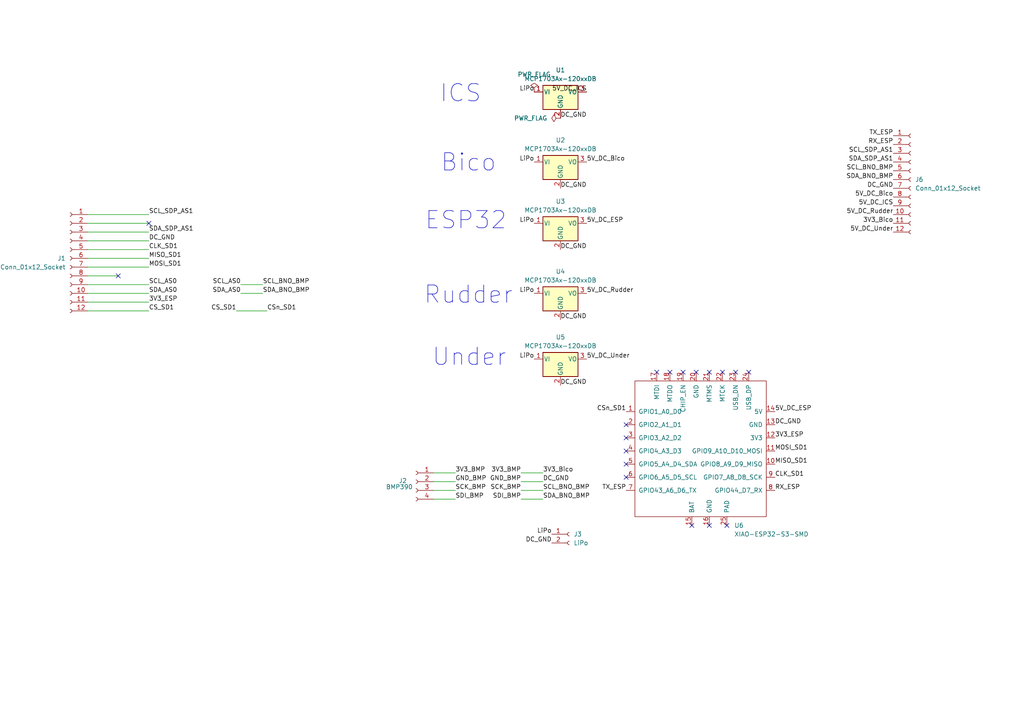
<source format=kicad_sch>
(kicad_sch
	(version 20250114)
	(generator "eeschema")
	(generator_version "9.0")
	(uuid "30880da9-107a-4b6f-8317-0edaad676613")
	(paper "A4")
	(lib_symbols
		(symbol "Connector:Conn_01x02_Socket"
			(pin_names
				(offset 1.016)
				(hide yes)
			)
			(exclude_from_sim no)
			(in_bom yes)
			(on_board yes)
			(property "Reference" "J"
				(at 0 2.54 0)
				(effects
					(font
						(size 1.27 1.27)
					)
				)
			)
			(property "Value" "Conn_01x02_Socket"
				(at 0 -5.08 0)
				(effects
					(font
						(size 1.27 1.27)
					)
				)
			)
			(property "Footprint" ""
				(at 0 0 0)
				(effects
					(font
						(size 1.27 1.27)
					)
					(hide yes)
				)
			)
			(property "Datasheet" "~"
				(at 0 0 0)
				(effects
					(font
						(size 1.27 1.27)
					)
					(hide yes)
				)
			)
			(property "Description" "Generic connector, single row, 01x02, script generated"
				(at 0 0 0)
				(effects
					(font
						(size 1.27 1.27)
					)
					(hide yes)
				)
			)
			(property "ki_locked" ""
				(at 0 0 0)
				(effects
					(font
						(size 1.27 1.27)
					)
				)
			)
			(property "ki_keywords" "connector"
				(at 0 0 0)
				(effects
					(font
						(size 1.27 1.27)
					)
					(hide yes)
				)
			)
			(property "ki_fp_filters" "Connector*:*_1x??_*"
				(at 0 0 0)
				(effects
					(font
						(size 1.27 1.27)
					)
					(hide yes)
				)
			)
			(symbol "Conn_01x02_Socket_1_1"
				(polyline
					(pts
						(xy -1.27 0) (xy -0.508 0)
					)
					(stroke
						(width 0.1524)
						(type default)
					)
					(fill
						(type none)
					)
				)
				(polyline
					(pts
						(xy -1.27 -2.54) (xy -0.508 -2.54)
					)
					(stroke
						(width 0.1524)
						(type default)
					)
					(fill
						(type none)
					)
				)
				(arc
					(start 0 -0.508)
					(mid -0.5058 0)
					(end 0 0.508)
					(stroke
						(width 0.1524)
						(type default)
					)
					(fill
						(type none)
					)
				)
				(arc
					(start 0 -3.048)
					(mid -0.5058 -2.54)
					(end 0 -2.032)
					(stroke
						(width 0.1524)
						(type default)
					)
					(fill
						(type none)
					)
				)
				(pin passive line
					(at -5.08 0 0)
					(length 3.81)
					(name "Pin_1"
						(effects
							(font
								(size 1.27 1.27)
							)
						)
					)
					(number "1"
						(effects
							(font
								(size 1.27 1.27)
							)
						)
					)
				)
				(pin passive line
					(at -5.08 -2.54 0)
					(length 3.81)
					(name "Pin_2"
						(effects
							(font
								(size 1.27 1.27)
							)
						)
					)
					(number "2"
						(effects
							(font
								(size 1.27 1.27)
							)
						)
					)
				)
			)
			(embedded_fonts no)
		)
		(symbol "Connector:Conn_01x04_Socket"
			(pin_names
				(offset 1.016)
				(hide yes)
			)
			(exclude_from_sim no)
			(in_bom yes)
			(on_board yes)
			(property "Reference" "J"
				(at 0 5.08 0)
				(effects
					(font
						(size 1.27 1.27)
					)
				)
			)
			(property "Value" "Conn_01x04_Socket"
				(at 0 -7.62 0)
				(effects
					(font
						(size 1.27 1.27)
					)
				)
			)
			(property "Footprint" ""
				(at 0 0 0)
				(effects
					(font
						(size 1.27 1.27)
					)
					(hide yes)
				)
			)
			(property "Datasheet" "~"
				(at 0 0 0)
				(effects
					(font
						(size 1.27 1.27)
					)
					(hide yes)
				)
			)
			(property "Description" "Generic connector, single row, 01x04, script generated"
				(at 0 0 0)
				(effects
					(font
						(size 1.27 1.27)
					)
					(hide yes)
				)
			)
			(property "ki_locked" ""
				(at 0 0 0)
				(effects
					(font
						(size 1.27 1.27)
					)
				)
			)
			(property "ki_keywords" "connector"
				(at 0 0 0)
				(effects
					(font
						(size 1.27 1.27)
					)
					(hide yes)
				)
			)
			(property "ki_fp_filters" "Connector*:*_1x??_*"
				(at 0 0 0)
				(effects
					(font
						(size 1.27 1.27)
					)
					(hide yes)
				)
			)
			(symbol "Conn_01x04_Socket_1_1"
				(polyline
					(pts
						(xy -1.27 2.54) (xy -0.508 2.54)
					)
					(stroke
						(width 0.1524)
						(type default)
					)
					(fill
						(type none)
					)
				)
				(polyline
					(pts
						(xy -1.27 0) (xy -0.508 0)
					)
					(stroke
						(width 0.1524)
						(type default)
					)
					(fill
						(type none)
					)
				)
				(polyline
					(pts
						(xy -1.27 -2.54) (xy -0.508 -2.54)
					)
					(stroke
						(width 0.1524)
						(type default)
					)
					(fill
						(type none)
					)
				)
				(polyline
					(pts
						(xy -1.27 -5.08) (xy -0.508 -5.08)
					)
					(stroke
						(width 0.1524)
						(type default)
					)
					(fill
						(type none)
					)
				)
				(arc
					(start 0 2.032)
					(mid -0.5058 2.54)
					(end 0 3.048)
					(stroke
						(width 0.1524)
						(type default)
					)
					(fill
						(type none)
					)
				)
				(arc
					(start 0 -0.508)
					(mid -0.5058 0)
					(end 0 0.508)
					(stroke
						(width 0.1524)
						(type default)
					)
					(fill
						(type none)
					)
				)
				(arc
					(start 0 -3.048)
					(mid -0.5058 -2.54)
					(end 0 -2.032)
					(stroke
						(width 0.1524)
						(type default)
					)
					(fill
						(type none)
					)
				)
				(arc
					(start 0 -5.588)
					(mid -0.5058 -5.08)
					(end 0 -4.572)
					(stroke
						(width 0.1524)
						(type default)
					)
					(fill
						(type none)
					)
				)
				(pin passive line
					(at -5.08 2.54 0)
					(length 3.81)
					(name "Pin_1"
						(effects
							(font
								(size 1.27 1.27)
							)
						)
					)
					(number "1"
						(effects
							(font
								(size 1.27 1.27)
							)
						)
					)
				)
				(pin passive line
					(at -5.08 0 0)
					(length 3.81)
					(name "Pin_2"
						(effects
							(font
								(size 1.27 1.27)
							)
						)
					)
					(number "2"
						(effects
							(font
								(size 1.27 1.27)
							)
						)
					)
				)
				(pin passive line
					(at -5.08 -2.54 0)
					(length 3.81)
					(name "Pin_3"
						(effects
							(font
								(size 1.27 1.27)
							)
						)
					)
					(number "3"
						(effects
							(font
								(size 1.27 1.27)
							)
						)
					)
				)
				(pin passive line
					(at -5.08 -5.08 0)
					(length 3.81)
					(name "Pin_4"
						(effects
							(font
								(size 1.27 1.27)
							)
						)
					)
					(number "4"
						(effects
							(font
								(size 1.27 1.27)
							)
						)
					)
				)
			)
			(embedded_fonts no)
		)
		(symbol "Connector:Conn_01x12_Socket"
			(pin_names
				(offset 1.016)
				(hide yes)
			)
			(exclude_from_sim no)
			(in_bom yes)
			(on_board yes)
			(property "Reference" "J"
				(at 0 15.24 0)
				(effects
					(font
						(size 1.27 1.27)
					)
				)
			)
			(property "Value" "Conn_01x12_Socket"
				(at 0 -17.78 0)
				(effects
					(font
						(size 1.27 1.27)
					)
				)
			)
			(property "Footprint" ""
				(at 0 0 0)
				(effects
					(font
						(size 1.27 1.27)
					)
					(hide yes)
				)
			)
			(property "Datasheet" "~"
				(at 0 0 0)
				(effects
					(font
						(size 1.27 1.27)
					)
					(hide yes)
				)
			)
			(property "Description" "Generic connector, single row, 01x12, script generated"
				(at 0 0 0)
				(effects
					(font
						(size 1.27 1.27)
					)
					(hide yes)
				)
			)
			(property "ki_locked" ""
				(at 0 0 0)
				(effects
					(font
						(size 1.27 1.27)
					)
				)
			)
			(property "ki_keywords" "connector"
				(at 0 0 0)
				(effects
					(font
						(size 1.27 1.27)
					)
					(hide yes)
				)
			)
			(property "ki_fp_filters" "Connector*:*_1x??_*"
				(at 0 0 0)
				(effects
					(font
						(size 1.27 1.27)
					)
					(hide yes)
				)
			)
			(symbol "Conn_01x12_Socket_1_1"
				(polyline
					(pts
						(xy -1.27 12.7) (xy -0.508 12.7)
					)
					(stroke
						(width 0.1524)
						(type default)
					)
					(fill
						(type none)
					)
				)
				(polyline
					(pts
						(xy -1.27 10.16) (xy -0.508 10.16)
					)
					(stroke
						(width 0.1524)
						(type default)
					)
					(fill
						(type none)
					)
				)
				(polyline
					(pts
						(xy -1.27 7.62) (xy -0.508 7.62)
					)
					(stroke
						(width 0.1524)
						(type default)
					)
					(fill
						(type none)
					)
				)
				(polyline
					(pts
						(xy -1.27 5.08) (xy -0.508 5.08)
					)
					(stroke
						(width 0.1524)
						(type default)
					)
					(fill
						(type none)
					)
				)
				(polyline
					(pts
						(xy -1.27 2.54) (xy -0.508 2.54)
					)
					(stroke
						(width 0.1524)
						(type default)
					)
					(fill
						(type none)
					)
				)
				(polyline
					(pts
						(xy -1.27 0) (xy -0.508 0)
					)
					(stroke
						(width 0.1524)
						(type default)
					)
					(fill
						(type none)
					)
				)
				(polyline
					(pts
						(xy -1.27 -2.54) (xy -0.508 -2.54)
					)
					(stroke
						(width 0.1524)
						(type default)
					)
					(fill
						(type none)
					)
				)
				(polyline
					(pts
						(xy -1.27 -5.08) (xy -0.508 -5.08)
					)
					(stroke
						(width 0.1524)
						(type default)
					)
					(fill
						(type none)
					)
				)
				(polyline
					(pts
						(xy -1.27 -7.62) (xy -0.508 -7.62)
					)
					(stroke
						(width 0.1524)
						(type default)
					)
					(fill
						(type none)
					)
				)
				(polyline
					(pts
						(xy -1.27 -10.16) (xy -0.508 -10.16)
					)
					(stroke
						(width 0.1524)
						(type default)
					)
					(fill
						(type none)
					)
				)
				(polyline
					(pts
						(xy -1.27 -12.7) (xy -0.508 -12.7)
					)
					(stroke
						(width 0.1524)
						(type default)
					)
					(fill
						(type none)
					)
				)
				(polyline
					(pts
						(xy -1.27 -15.24) (xy -0.508 -15.24)
					)
					(stroke
						(width 0.1524)
						(type default)
					)
					(fill
						(type none)
					)
				)
				(arc
					(start 0 12.192)
					(mid -0.5058 12.7)
					(end 0 13.208)
					(stroke
						(width 0.1524)
						(type default)
					)
					(fill
						(type none)
					)
				)
				(arc
					(start 0 9.652)
					(mid -0.5058 10.16)
					(end 0 10.668)
					(stroke
						(width 0.1524)
						(type default)
					)
					(fill
						(type none)
					)
				)
				(arc
					(start 0 7.112)
					(mid -0.5058 7.62)
					(end 0 8.128)
					(stroke
						(width 0.1524)
						(type default)
					)
					(fill
						(type none)
					)
				)
				(arc
					(start 0 4.572)
					(mid -0.5058 5.08)
					(end 0 5.588)
					(stroke
						(width 0.1524)
						(type default)
					)
					(fill
						(type none)
					)
				)
				(arc
					(start 0 2.032)
					(mid -0.5058 2.54)
					(end 0 3.048)
					(stroke
						(width 0.1524)
						(type default)
					)
					(fill
						(type none)
					)
				)
				(arc
					(start 0 -0.508)
					(mid -0.5058 0)
					(end 0 0.508)
					(stroke
						(width 0.1524)
						(type default)
					)
					(fill
						(type none)
					)
				)
				(arc
					(start 0 -3.048)
					(mid -0.5058 -2.54)
					(end 0 -2.032)
					(stroke
						(width 0.1524)
						(type default)
					)
					(fill
						(type none)
					)
				)
				(arc
					(start 0 -5.588)
					(mid -0.5058 -5.08)
					(end 0 -4.572)
					(stroke
						(width 0.1524)
						(type default)
					)
					(fill
						(type none)
					)
				)
				(arc
					(start 0 -8.128)
					(mid -0.5058 -7.62)
					(end 0 -7.112)
					(stroke
						(width 0.1524)
						(type default)
					)
					(fill
						(type none)
					)
				)
				(arc
					(start 0 -10.668)
					(mid -0.5058 -10.16)
					(end 0 -9.652)
					(stroke
						(width 0.1524)
						(type default)
					)
					(fill
						(type none)
					)
				)
				(arc
					(start 0 -13.208)
					(mid -0.5058 -12.7)
					(end 0 -12.192)
					(stroke
						(width 0.1524)
						(type default)
					)
					(fill
						(type none)
					)
				)
				(arc
					(start 0 -15.748)
					(mid -0.5058 -15.24)
					(end 0 -14.732)
					(stroke
						(width 0.1524)
						(type default)
					)
					(fill
						(type none)
					)
				)
				(pin passive line
					(at -5.08 12.7 0)
					(length 3.81)
					(name "Pin_1"
						(effects
							(font
								(size 1.27 1.27)
							)
						)
					)
					(number "1"
						(effects
							(font
								(size 1.27 1.27)
							)
						)
					)
				)
				(pin passive line
					(at -5.08 10.16 0)
					(length 3.81)
					(name "Pin_2"
						(effects
							(font
								(size 1.27 1.27)
							)
						)
					)
					(number "2"
						(effects
							(font
								(size 1.27 1.27)
							)
						)
					)
				)
				(pin passive line
					(at -5.08 7.62 0)
					(length 3.81)
					(name "Pin_3"
						(effects
							(font
								(size 1.27 1.27)
							)
						)
					)
					(number "3"
						(effects
							(font
								(size 1.27 1.27)
							)
						)
					)
				)
				(pin passive line
					(at -5.08 5.08 0)
					(length 3.81)
					(name "Pin_4"
						(effects
							(font
								(size 1.27 1.27)
							)
						)
					)
					(number "4"
						(effects
							(font
								(size 1.27 1.27)
							)
						)
					)
				)
				(pin passive line
					(at -5.08 2.54 0)
					(length 3.81)
					(name "Pin_5"
						(effects
							(font
								(size 1.27 1.27)
							)
						)
					)
					(number "5"
						(effects
							(font
								(size 1.27 1.27)
							)
						)
					)
				)
				(pin passive line
					(at -5.08 0 0)
					(length 3.81)
					(name "Pin_6"
						(effects
							(font
								(size 1.27 1.27)
							)
						)
					)
					(number "6"
						(effects
							(font
								(size 1.27 1.27)
							)
						)
					)
				)
				(pin passive line
					(at -5.08 -2.54 0)
					(length 3.81)
					(name "Pin_7"
						(effects
							(font
								(size 1.27 1.27)
							)
						)
					)
					(number "7"
						(effects
							(font
								(size 1.27 1.27)
							)
						)
					)
				)
				(pin passive line
					(at -5.08 -5.08 0)
					(length 3.81)
					(name "Pin_8"
						(effects
							(font
								(size 1.27 1.27)
							)
						)
					)
					(number "8"
						(effects
							(font
								(size 1.27 1.27)
							)
						)
					)
				)
				(pin passive line
					(at -5.08 -7.62 0)
					(length 3.81)
					(name "Pin_9"
						(effects
							(font
								(size 1.27 1.27)
							)
						)
					)
					(number "9"
						(effects
							(font
								(size 1.27 1.27)
							)
						)
					)
				)
				(pin passive line
					(at -5.08 -10.16 0)
					(length 3.81)
					(name "Pin_10"
						(effects
							(font
								(size 1.27 1.27)
							)
						)
					)
					(number "10"
						(effects
							(font
								(size 1.27 1.27)
							)
						)
					)
				)
				(pin passive line
					(at -5.08 -12.7 0)
					(length 3.81)
					(name "Pin_11"
						(effects
							(font
								(size 1.27 1.27)
							)
						)
					)
					(number "11"
						(effects
							(font
								(size 1.27 1.27)
							)
						)
					)
				)
				(pin passive line
					(at -5.08 -15.24 0)
					(length 3.81)
					(name "Pin_12"
						(effects
							(font
								(size 1.27 1.27)
							)
						)
					)
					(number "12"
						(effects
							(font
								(size 1.27 1.27)
							)
						)
					)
				)
			)
			(embedded_fonts no)
		)
		(symbol "Regulator_Linear:MCP1703Ax-120xxDB"
			(pin_names
				(offset 0.254)
			)
			(exclude_from_sim no)
			(in_bom yes)
			(on_board yes)
			(property "Reference" "U"
				(at -3.81 3.175 0)
				(effects
					(font
						(size 1.27 1.27)
					)
				)
			)
			(property "Value" "MCP1703Ax-120xxDB"
				(at 0 3.175 0)
				(effects
					(font
						(size 1.27 1.27)
					)
					(justify left)
				)
			)
			(property "Footprint" "Package_TO_SOT_SMD:SOT-223-3_TabPin2"
				(at 0 5.08 0)
				(effects
					(font
						(size 1.27 1.27)
					)
					(hide yes)
				)
			)
			(property "Datasheet" "http://ww1.microchip.com/downloads/en/DeviceDoc/20005122B.pdf"
				(at 0 -1.27 0)
				(effects
					(font
						(size 1.27 1.27)
					)
					(hide yes)
				)
			)
			(property "Description" "Low Quiescent Current LDO Regulator, 1.2V, 250mA, Vin<=16V, SOT-223"
				(at 0 0 0)
				(effects
					(font
						(size 1.27 1.27)
					)
					(hide yes)
				)
			)
			(property "ki_keywords" "REGULATOR LDO"
				(at 0 0 0)
				(effects
					(font
						(size 1.27 1.27)
					)
					(hide yes)
				)
			)
			(property "ki_fp_filters" "SOT?223*TabPin2*"
				(at 0 0 0)
				(effects
					(font
						(size 1.27 1.27)
					)
					(hide yes)
				)
			)
			(symbol "MCP1703Ax-120xxDB_0_1"
				(rectangle
					(start -5.08 -5.08)
					(end 5.08 1.905)
					(stroke
						(width 0.254)
						(type default)
					)
					(fill
						(type background)
					)
				)
			)
			(symbol "MCP1703Ax-120xxDB_1_1"
				(pin power_in line
					(at -7.62 0 0)
					(length 2.54)
					(name "VI"
						(effects
							(font
								(size 1.27 1.27)
							)
						)
					)
					(number "1"
						(effects
							(font
								(size 1.27 1.27)
							)
						)
					)
				)
				(pin power_in line
					(at 0 -7.62 90)
					(length 2.54)
					(name "GND"
						(effects
							(font
								(size 1.27 1.27)
							)
						)
					)
					(number "2"
						(effects
							(font
								(size 1.27 1.27)
							)
						)
					)
				)
				(pin power_out line
					(at 7.62 0 180)
					(length 2.54)
					(name "VO"
						(effects
							(font
								(size 1.27 1.27)
							)
						)
					)
					(number "3"
						(effects
							(font
								(size 1.27 1.27)
							)
						)
					)
				)
			)
			(embedded_fonts no)
		)
		(symbol "Seeed_Studio_XIAO_Series:XIAO-ESP32-S3-SMD"
			(pin_names
				(offset 1.016)
			)
			(exclude_from_sim no)
			(in_bom yes)
			(on_board yes)
			(property "Reference" "U"
				(at -18.542 23.114 0)
				(effects
					(font
						(size 1.27 1.27)
					)
				)
			)
			(property "Value" "XIAO-ESP32-S3-SMD"
				(at -8.382 21.336 0)
				(effects
					(font
						(size 1.27 1.27)
					)
				)
			)
			(property "Footprint" ""
				(at -8.89 5.08 0)
				(effects
					(font
						(size 1.27 1.27)
					)
					(hide yes)
				)
			)
			(property "Datasheet" ""
				(at -8.89 5.08 0)
				(effects
					(font
						(size 1.27 1.27)
					)
					(hide yes)
				)
			)
			(property "Description" ""
				(at 0 0 0)
				(effects
					(font
						(size 1.27 1.27)
					)
					(hide yes)
				)
			)
			(symbol "XIAO-ESP32-S3-SMD_0_1"
				(rectangle
					(start 19.05 -19.05)
					(end -19.05 20.32)
					(stroke
						(width 0)
						(type default)
					)
					(fill
						(type none)
					)
				)
			)
			(symbol "XIAO-ESP32-S3-SMD_1_1"
				(pin passive line
					(at -21.59 11.43 0)
					(length 2.54)
					(name "GPIO1_A0_D0"
						(effects
							(font
								(size 1.27 1.27)
							)
						)
					)
					(number "1"
						(effects
							(font
								(size 1.27 1.27)
							)
						)
					)
				)
				(pin passive line
					(at -21.59 7.62 0)
					(length 2.54)
					(name "GPIO2_A1_D1"
						(effects
							(font
								(size 1.27 1.27)
							)
						)
					)
					(number "2"
						(effects
							(font
								(size 1.27 1.27)
							)
						)
					)
				)
				(pin passive line
					(at -21.59 3.81 0)
					(length 2.54)
					(name "GPIO3_A2_D2"
						(effects
							(font
								(size 1.27 1.27)
							)
						)
					)
					(number "3"
						(effects
							(font
								(size 1.27 1.27)
							)
						)
					)
				)
				(pin passive line
					(at -21.59 0 0)
					(length 2.54)
					(name "GPIO4_A3_D3"
						(effects
							(font
								(size 1.27 1.27)
							)
						)
					)
					(number "4"
						(effects
							(font
								(size 1.27 1.27)
							)
						)
					)
				)
				(pin passive line
					(at -21.59 -3.81 0)
					(length 2.54)
					(name "GPIO5_A4_D4_SDA"
						(effects
							(font
								(size 1.27 1.27)
							)
						)
					)
					(number "5"
						(effects
							(font
								(size 1.27 1.27)
							)
						)
					)
				)
				(pin passive line
					(at -21.59 -7.62 0)
					(length 2.54)
					(name "GPIO6_A5_D5_SCL"
						(effects
							(font
								(size 1.27 1.27)
							)
						)
					)
					(number "6"
						(effects
							(font
								(size 1.27 1.27)
							)
						)
					)
				)
				(pin passive line
					(at -21.59 -11.43 0)
					(length 2.54)
					(name "GPIO43_A6_D6_TX"
						(effects
							(font
								(size 1.27 1.27)
							)
						)
					)
					(number "7"
						(effects
							(font
								(size 1.27 1.27)
							)
						)
					)
				)
				(pin passive line
					(at -12.7 22.86 270)
					(length 2.54)
					(name "MTDI"
						(effects
							(font
								(size 1.27 1.27)
							)
						)
					)
					(number "17"
						(effects
							(font
								(size 1.27 1.27)
							)
						)
					)
				)
				(pin passive line
					(at -8.89 22.86 270)
					(length 2.54)
					(name "MTDO"
						(effects
							(font
								(size 1.27 1.27)
							)
						)
					)
					(number "18"
						(effects
							(font
								(size 1.27 1.27)
							)
						)
					)
				)
				(pin passive line
					(at -5.08 22.86 270)
					(length 2.54)
					(name "CHIP_EN"
						(effects
							(font
								(size 1.27 1.27)
							)
						)
					)
					(number "19"
						(effects
							(font
								(size 1.27 1.27)
							)
						)
					)
				)
				(pin passive line
					(at -2.54 -21.59 90)
					(length 2.54)
					(name "BAT"
						(effects
							(font
								(size 1.27 1.27)
							)
						)
					)
					(number "15"
						(effects
							(font
								(size 1.27 1.27)
							)
						)
					)
				)
				(pin passive line
					(at -1.27 22.86 270)
					(length 2.54)
					(name "GND"
						(effects
							(font
								(size 1.27 1.27)
							)
						)
					)
					(number "20"
						(effects
							(font
								(size 1.27 1.27)
							)
						)
					)
				)
				(pin passive line
					(at 2.54 22.86 270)
					(length 2.54)
					(name "MTMS"
						(effects
							(font
								(size 1.27 1.27)
							)
						)
					)
					(number "21"
						(effects
							(font
								(size 1.27 1.27)
							)
						)
					)
				)
				(pin passive line
					(at 2.54 -21.59 90)
					(length 2.54)
					(name "GND"
						(effects
							(font
								(size 1.27 1.27)
							)
						)
					)
					(number "16"
						(effects
							(font
								(size 1.27 1.27)
							)
						)
					)
				)
				(pin passive line
					(at 6.35 22.86 270)
					(length 2.54)
					(name "MTCK"
						(effects
							(font
								(size 1.27 1.27)
							)
						)
					)
					(number "22"
						(effects
							(font
								(size 1.27 1.27)
							)
						)
					)
				)
				(pin passive line
					(at 7.62 -21.59 90)
					(length 2.54)
					(name "PAD"
						(effects
							(font
								(size 1.27 1.27)
							)
						)
					)
					(number "25"
						(effects
							(font
								(size 1.27 1.27)
							)
						)
					)
				)
				(pin passive line
					(at 10.16 22.86 270)
					(length 2.54)
					(name "USB_DN"
						(effects
							(font
								(size 1.27 1.27)
							)
						)
					)
					(number "23"
						(effects
							(font
								(size 1.27 1.27)
							)
						)
					)
				)
				(pin passive line
					(at 13.97 22.86 270)
					(length 2.54)
					(name "USB_DP"
						(effects
							(font
								(size 1.27 1.27)
							)
						)
					)
					(number "24"
						(effects
							(font
								(size 1.27 1.27)
							)
						)
					)
				)
				(pin passive line
					(at 21.59 11.43 180)
					(length 2.54)
					(name "5V"
						(effects
							(font
								(size 1.27 1.27)
							)
						)
					)
					(number "14"
						(effects
							(font
								(size 1.27 1.27)
							)
						)
					)
				)
				(pin passive line
					(at 21.59 7.62 180)
					(length 2.54)
					(name "GND"
						(effects
							(font
								(size 1.27 1.27)
							)
						)
					)
					(number "13"
						(effects
							(font
								(size 1.27 1.27)
							)
						)
					)
				)
				(pin passive line
					(at 21.59 3.81 180)
					(length 2.54)
					(name "3V3"
						(effects
							(font
								(size 1.27 1.27)
							)
						)
					)
					(number "12"
						(effects
							(font
								(size 1.27 1.27)
							)
						)
					)
				)
				(pin passive line
					(at 21.59 0 180)
					(length 2.54)
					(name "GPIO9_A10_D10_MOSI"
						(effects
							(font
								(size 1.27 1.27)
							)
						)
					)
					(number "11"
						(effects
							(font
								(size 1.27 1.27)
							)
						)
					)
				)
				(pin passive line
					(at 21.59 -3.81 180)
					(length 2.54)
					(name "GPIO8_A9_D9_MISO"
						(effects
							(font
								(size 1.27 1.27)
							)
						)
					)
					(number "10"
						(effects
							(font
								(size 1.27 1.27)
							)
						)
					)
				)
				(pin passive line
					(at 21.59 -7.62 180)
					(length 2.54)
					(name "GPIO7_A8_D8_SCK"
						(effects
							(font
								(size 1.27 1.27)
							)
						)
					)
					(number "9"
						(effects
							(font
								(size 1.27 1.27)
							)
						)
					)
				)
				(pin passive line
					(at 21.59 -11.43 180)
					(length 2.54)
					(name "GPIO44_D7_RX"
						(effects
							(font
								(size 1.27 1.27)
							)
						)
					)
					(number "8"
						(effects
							(font
								(size 1.27 1.27)
							)
						)
					)
				)
			)
			(embedded_fonts no)
		)
		(symbol "power:PWR_FLAG"
			(power)
			(pin_numbers
				(hide yes)
			)
			(pin_names
				(offset 0)
				(hide yes)
			)
			(exclude_from_sim no)
			(in_bom yes)
			(on_board yes)
			(property "Reference" "#FLG"
				(at 0 1.905 0)
				(effects
					(font
						(size 1.27 1.27)
					)
					(hide yes)
				)
			)
			(property "Value" "PWR_FLAG"
				(at 0 3.81 0)
				(effects
					(font
						(size 1.27 1.27)
					)
				)
			)
			(property "Footprint" ""
				(at 0 0 0)
				(effects
					(font
						(size 1.27 1.27)
					)
					(hide yes)
				)
			)
			(property "Datasheet" "~"
				(at 0 0 0)
				(effects
					(font
						(size 1.27 1.27)
					)
					(hide yes)
				)
			)
			(property "Description" "Special symbol for telling ERC where power comes from"
				(at 0 0 0)
				(effects
					(font
						(size 1.27 1.27)
					)
					(hide yes)
				)
			)
			(property "ki_keywords" "flag power"
				(at 0 0 0)
				(effects
					(font
						(size 1.27 1.27)
					)
					(hide yes)
				)
			)
			(symbol "PWR_FLAG_0_0"
				(pin power_out line
					(at 0 0 90)
					(length 0)
					(name "~"
						(effects
							(font
								(size 1.27 1.27)
							)
						)
					)
					(number "1"
						(effects
							(font
								(size 1.27 1.27)
							)
						)
					)
				)
			)
			(symbol "PWR_FLAG_0_1"
				(polyline
					(pts
						(xy 0 0) (xy 0 1.27) (xy -1.016 1.905) (xy 0 2.54) (xy 1.016 1.905) (xy 0 1.27)
					)
					(stroke
						(width 0)
						(type default)
					)
					(fill
						(type none)
					)
				)
			)
			(embedded_fonts no)
		)
	)
	(text "Under"
		(exclude_from_sim no)
		(at 136.144 103.632 0)
		(effects
			(font
				(size 5 5)
			)
		)
		(uuid "2cf2e68b-3ee6-44ba-9495-afc8895e2cfd")
	)
	(text "ICS"
		(exclude_from_sim no)
		(at 133.604 27.178 0)
		(effects
			(font
				(size 5 5)
			)
		)
		(uuid "31a4510c-0db9-47f8-bd60-70673f046605")
	)
	(text "ESP32"
		(exclude_from_sim no)
		(at 135.128 64.008 0)
		(effects
			(font
				(size 5 5)
			)
		)
		(uuid "31b1314f-b86f-4556-a581-926eeb7a17d4")
	)
	(text "Rudder"
		(exclude_from_sim no)
		(at 135.89 85.598 0)
		(effects
			(font
				(size 5 5)
			)
		)
		(uuid "c3f1ea38-0851-4364-acdd-42ec8e5c2d69")
	)
	(text "Bico"
		(exclude_from_sim no)
		(at 135.89 47.244 0)
		(effects
			(font
				(size 5 5)
			)
		)
		(uuid "f6fff87f-7dcd-43dd-be93-4c1d2f161764")
	)
	(no_connect
		(at 209.55 107.95)
		(uuid "0c8f488a-8723-491b-bb78-ba9d683ea3e1")
	)
	(no_connect
		(at 34.29 80.01)
		(uuid "1f98bf2b-5d0e-409e-b706-4ddd6fa9cb5a")
	)
	(no_connect
		(at 205.74 107.95)
		(uuid "22c4003f-4ee2-4375-829e-9a7397a0964c")
	)
	(no_connect
		(at 213.36 107.95)
		(uuid "288c31dd-725e-4e9a-865b-915194ff77b9")
	)
	(no_connect
		(at 217.17 107.95)
		(uuid "3621545c-857e-4643-b10a-b4914970a8ac")
	)
	(no_connect
		(at 181.61 123.19)
		(uuid "406c304f-10a3-4cd2-857c-c9afe6a89100")
	)
	(no_connect
		(at 194.31 107.95)
		(uuid "447f9647-415a-4fe4-9b4e-01a33ca4bbaf")
	)
	(no_connect
		(at 181.61 134.62)
		(uuid "811fcbfc-e1ed-4b49-b704-240ed5b72300")
	)
	(no_connect
		(at 181.61 127)
		(uuid "9f11ecde-c58a-4b1e-83bc-29563f5d98ea")
	)
	(no_connect
		(at 201.93 107.95)
		(uuid "a81fa6df-4037-43f3-88f0-cd7b2296e383")
	)
	(no_connect
		(at 200.66 152.4)
		(uuid "a9b934f5-41fe-4bab-a94d-1ca1706fc4fe")
	)
	(no_connect
		(at 205.74 152.4)
		(uuid "aefc595f-9558-4d39-b5a7-af0c55199bac")
	)
	(no_connect
		(at 198.12 107.95)
		(uuid "b3dafbe2-5137-48ba-9c1b-a8a3ae6af964")
	)
	(no_connect
		(at 190.5 107.95)
		(uuid "ba188857-80db-4eb9-9aa7-97346bdb5a80")
	)
	(no_connect
		(at 181.61 138.43)
		(uuid "d39e851a-fd1a-45b3-a0b0-f6a3636bedc7")
	)
	(no_connect
		(at 43.18 64.77)
		(uuid "d67962ec-fc33-4c80-a762-08fb2698e515")
	)
	(no_connect
		(at 210.82 152.4)
		(uuid "f2a226f2-b9e3-4cb4-858d-426627b61ad0")
	)
	(no_connect
		(at 181.61 130.81)
		(uuid "fd045f62-2838-4a79-9eb3-089c1f1ce029")
	)
	(wire
		(pts
			(xy 77.47 90.17) (xy 68.58 90.17)
		)
		(stroke
			(width 0)
			(type default)
		)
		(uuid "104ced6b-4447-489e-bfd2-cf678fe54981")
	)
	(wire
		(pts
			(xy 157.48 137.16) (xy 151.13 137.16)
		)
		(stroke
			(width 0)
			(type default)
		)
		(uuid "14ad75e9-f08d-4cf3-abd6-d6a9d818771b")
	)
	(wire
		(pts
			(xy 25.4 74.93) (xy 43.18 74.93)
		)
		(stroke
			(width 0)
			(type default)
		)
		(uuid "1a556db1-39f0-4db4-a3ce-9f5388397053")
	)
	(wire
		(pts
			(xy 43.18 64.77) (xy 25.4 64.77)
		)
		(stroke
			(width 0)
			(type default)
		)
		(uuid "203a33ab-b1b0-4f8e-8b6f-6d924f7d54f3")
	)
	(wire
		(pts
			(xy 125.73 144.78) (xy 132.08 144.78)
		)
		(stroke
			(width 0)
			(type default)
		)
		(uuid "20bb02cf-e8bc-489a-b655-0982b987b804")
	)
	(wire
		(pts
			(xy 25.4 77.47) (xy 43.18 77.47)
		)
		(stroke
			(width 0)
			(type default)
		)
		(uuid "221d15bf-55de-4229-bdbb-0fc0e6f1cafd")
	)
	(wire
		(pts
			(xy 125.73 137.16) (xy 132.08 137.16)
		)
		(stroke
			(width 0)
			(type default)
		)
		(uuid "3d1625ce-5f56-4320-a0f3-b0de1ee61011")
	)
	(wire
		(pts
			(xy 157.48 139.7) (xy 151.13 139.7)
		)
		(stroke
			(width 0)
			(type default)
		)
		(uuid "4d60897b-60db-445e-aca0-5a9fd9f935a6")
	)
	(wire
		(pts
			(xy 125.73 139.7) (xy 132.08 139.7)
		)
		(stroke
			(width 0)
			(type default)
		)
		(uuid "62296237-eb1e-49ed-8766-4255496f52be")
	)
	(wire
		(pts
			(xy 43.18 69.85) (xy 25.4 69.85)
		)
		(stroke
			(width 0)
			(type default)
		)
		(uuid "766fcbbf-4b8e-47ca-8e8f-c241c9ffd30b")
	)
	(wire
		(pts
			(xy 43.18 90.17) (xy 25.4 90.17)
		)
		(stroke
			(width 0)
			(type default)
		)
		(uuid "7f4fbe00-e456-4ef9-a876-61b9d6a2457f")
	)
	(wire
		(pts
			(xy 25.4 80.01) (xy 34.29 80.01)
		)
		(stroke
			(width 0)
			(type default)
		)
		(uuid "86534cfb-257e-4b0e-a5b0-1f26992c33e8")
	)
	(wire
		(pts
			(xy 69.85 82.55) (xy 76.2 82.55)
		)
		(stroke
			(width 0)
			(type default)
		)
		(uuid "980d2f3f-238b-436d-91c7-9cb1eef2eb2c")
	)
	(wire
		(pts
			(xy 43.18 67.31) (xy 25.4 67.31)
		)
		(stroke
			(width 0)
			(type default)
		)
		(uuid "9d03c557-cd9a-46b4-89de-e162db7f3009")
	)
	(wire
		(pts
			(xy 43.18 85.09) (xy 25.4 85.09)
		)
		(stroke
			(width 0)
			(type default)
		)
		(uuid "9edb43bf-68c9-456b-b077-717e248a112b")
	)
	(wire
		(pts
			(xy 69.85 85.09) (xy 76.2 85.09)
		)
		(stroke
			(width 0)
			(type default)
		)
		(uuid "a35f9761-d052-4487-97d6-cd3cfd70e610")
	)
	(wire
		(pts
			(xy 43.18 62.23) (xy 25.4 62.23)
		)
		(stroke
			(width 0)
			(type default)
		)
		(uuid "a89ea9b7-50ce-47dd-9ec6-3cc6aab9ddb8")
	)
	(wire
		(pts
			(xy 151.13 144.78) (xy 157.48 144.78)
		)
		(stroke
			(width 0)
			(type default)
		)
		(uuid "b35ee032-419f-43fb-a401-94923456118f")
	)
	(wire
		(pts
			(xy 43.18 82.55) (xy 25.4 82.55)
		)
		(stroke
			(width 0)
			(type default)
		)
		(uuid "b93d9a06-5bec-41d6-af98-467258ab15dc")
	)
	(wire
		(pts
			(xy 25.4 87.63) (xy 43.18 87.63)
		)
		(stroke
			(width 0)
			(type default)
		)
		(uuid "cf804406-d866-44ce-9bd2-cd3c8089053d")
	)
	(wire
		(pts
			(xy 43.18 72.39) (xy 25.4 72.39)
		)
		(stroke
			(width 0)
			(type default)
		)
		(uuid "d2c98b9e-8435-4f78-a3bb-8e05bac763b4")
	)
	(wire
		(pts
			(xy 151.13 142.24) (xy 157.48 142.24)
		)
		(stroke
			(width 0)
			(type default)
		)
		(uuid "e780fe33-489e-41c6-89e3-ad24cf26400b")
	)
	(wire
		(pts
			(xy 125.73 142.24) (xy 132.08 142.24)
		)
		(stroke
			(width 0)
			(type default)
		)
		(uuid "eb59ae2c-3033-4a53-9f67-0e9847d4747a")
	)
	(label "5V_DC_ICS"
		(at 170.18 26.67 180)
		(effects
			(font
				(size 1.27 1.27)
			)
			(justify right bottom)
		)
		(uuid "037638d7-c21f-47f1-945c-68b00f3869c2")
	)
	(label "DC_GND"
		(at 157.48 139.7 0)
		(effects
			(font
				(size 1.27 1.27)
			)
			(justify left bottom)
		)
		(uuid "0af97508-6b5f-4ad8-b653-78d43d3a80cb")
	)
	(label "CS_SD1"
		(at 68.58 90.17 180)
		(effects
			(font
				(size 1.27 1.27)
			)
			(justify right bottom)
		)
		(uuid "0b061a80-115f-4097-b400-c95bb5cf6d24")
	)
	(label "DC_GND"
		(at 259.08 54.61 180)
		(effects
			(font
				(size 1.27 1.27)
			)
			(justify right bottom)
		)
		(uuid "0d37333e-5470-4735-9c8a-f130429f5d45")
	)
	(label "5V_DC_Bico"
		(at 170.18 46.99 0)
		(effects
			(font
				(size 1.27 1.27)
			)
			(justify left bottom)
		)
		(uuid "0f6f2ffb-f107-4ff2-adbc-d5f194053b12")
	)
	(label "SCL_BNO_BMP"
		(at 157.48 142.24 0)
		(effects
			(font
				(size 1.27 1.27)
			)
			(justify left bottom)
		)
		(uuid "130c5c8d-b200-4bdb-9943-5075caafd8e5")
	)
	(label "5V_DC_ESP"
		(at 170.18 64.77 0)
		(effects
			(font
				(size 1.27 1.27)
			)
			(justify left bottom)
		)
		(uuid "184acb2c-4a2e-45fb-a3ae-31b8c19e3bf0")
	)
	(label "SCK_BMP"
		(at 151.13 142.24 180)
		(effects
			(font
				(size 1.27 1.27)
			)
			(justify right bottom)
		)
		(uuid "19f2d67f-6359-48fe-90f4-ecf851373253")
	)
	(label "5V_DC_Bico"
		(at 259.08 57.15 180)
		(effects
			(font
				(size 1.27 1.27)
			)
			(justify right bottom)
		)
		(uuid "1fa5556d-e271-4395-88ee-2a6847363ec3")
	)
	(label "DC_GND"
		(at 162.56 54.61 0)
		(effects
			(font
				(size 1.27 1.27)
			)
			(justify left bottom)
		)
		(uuid "236e67f9-b080-435a-a7a7-57594138f8d6")
	)
	(label "GND_BMP"
		(at 132.08 139.7 0)
		(effects
			(font
				(size 1.27 1.27)
			)
			(justify left bottom)
		)
		(uuid "25757d86-b50e-4ac1-b74a-33d1d075a1fb")
	)
	(label "RX_ESP"
		(at 259.08 41.91 180)
		(effects
			(font
				(size 1.27 1.27)
			)
			(justify right bottom)
		)
		(uuid "25da5bd4-d035-453f-851e-a8c41dc5cb53")
	)
	(label "DC_GND"
		(at 160.02 157.48 180)
		(effects
			(font
				(size 1.27 1.27)
			)
			(justify right bottom)
		)
		(uuid "2c9e0b64-be66-4915-8e57-5d401224704d")
	)
	(label "DC_GND"
		(at 162.56 92.71 0)
		(effects
			(font
				(size 1.27 1.27)
			)
			(justify left bottom)
		)
		(uuid "2cdea9f1-f2b5-4be0-8904-65d894c85f34")
	)
	(label "RX_ESP"
		(at 224.79 142.24 0)
		(effects
			(font
				(size 1.27 1.27)
			)
			(justify left bottom)
		)
		(uuid "33160c4d-a360-46b4-be0b-303fd3154bf9")
	)
	(label "DC_GND"
		(at 224.79 123.19 0)
		(effects
			(font
				(size 1.27 1.27)
			)
			(justify left bottom)
		)
		(uuid "331ac8f0-fe33-412b-8d50-6a96a95429d7")
	)
	(label "SDA_SDP_AS1"
		(at 43.18 67.31 0)
		(effects
			(font
				(size 1.27 1.27)
			)
			(justify left bottom)
		)
		(uuid "33250697-656c-4e03-a65d-ef122040814e")
	)
	(label "DC_GND"
		(at 162.56 111.76 0)
		(effects
			(font
				(size 1.27 1.27)
			)
			(justify left bottom)
		)
		(uuid "3390ee2d-65f0-4c5f-988d-c803894f436b")
	)
	(label "DC_GND"
		(at 162.56 34.29 0)
		(effects
			(font
				(size 1.27 1.27)
			)
			(justify left bottom)
		)
		(uuid "37d3610b-da15-4ab5-91ba-55e8150a85d5")
	)
	(label "5V_DC_Rudder"
		(at 170.18 85.09 0)
		(effects
			(font
				(size 1.27 1.27)
			)
			(justify left bottom)
		)
		(uuid "3955baeb-2d10-4c7a-abd3-3e66d6f94faf")
	)
	(label "SCL_SDP_AS1"
		(at 259.08 44.45 180)
		(effects
			(font
				(size 1.27 1.27)
			)
			(justify right bottom)
		)
		(uuid "3f2d3fdc-f398-4616-95ea-5c7cc31a305f")
	)
	(label "5V_DC_Under"
		(at 259.08 67.31 180)
		(effects
			(font
				(size 1.27 1.27)
			)
			(justify right bottom)
		)
		(uuid "4830dcce-34ad-47d4-8b7e-ebbf4dc66335")
	)
	(label "LiPo"
		(at 154.94 85.09 180)
		(effects
			(font
				(size 1.27 1.27)
			)
			(justify right bottom)
		)
		(uuid "4a3aadde-4b9d-438a-95e4-b19a643472b8")
	)
	(label "SDI_BMP"
		(at 151.13 144.78 180)
		(effects
			(font
				(size 1.27 1.27)
			)
			(justify right bottom)
		)
		(uuid "60e57e9d-84d7-4440-8efe-eeac0f813638")
	)
	(label "SDA_SDP_AS1"
		(at 259.08 46.99 180)
		(effects
			(font
				(size 1.27 1.27)
			)
			(justify right bottom)
		)
		(uuid "64ef6224-7116-459f-820e-f3526e71be59")
	)
	(label "CS_SD1"
		(at 43.18 90.17 0)
		(effects
			(font
				(size 1.27 1.27)
			)
			(justify left bottom)
		)
		(uuid "66100f1f-76d1-4570-86f9-868150103022")
	)
	(label "SCL_BNO_BMP"
		(at 76.2 82.55 0)
		(effects
			(font
				(size 1.27 1.27)
			)
			(justify left bottom)
		)
		(uuid "690ca678-f499-4e37-a147-b99c4b2d39f4")
	)
	(label "LiPo"
		(at 154.94 46.99 180)
		(effects
			(font
				(size 1.27 1.27)
			)
			(justify right bottom)
		)
		(uuid "6a9f6551-76f5-40f4-a3a3-236037eea63b")
	)
	(label "LiPo"
		(at 154.94 104.14 180)
		(effects
			(font
				(size 1.27 1.27)
			)
			(justify right bottom)
		)
		(uuid "6fc2138a-cc86-4944-9f76-bc437f31c4bc")
	)
	(label "SDA_BNO_BMP"
		(at 157.48 144.78 0)
		(effects
			(font
				(size 1.27 1.27)
			)
			(justify left bottom)
		)
		(uuid "728fa25a-cab2-455b-8fed-df412a4ed4cc")
	)
	(label "LiPo"
		(at 154.94 64.77 180)
		(effects
			(font
				(size 1.27 1.27)
			)
			(justify right bottom)
		)
		(uuid "7b112d30-a09f-4fa1-aed7-088efac1372e")
	)
	(label "SDI_BMP"
		(at 132.08 144.78 0)
		(effects
			(font
				(size 1.27 1.27)
			)
			(justify left bottom)
		)
		(uuid "82beb0ca-e46c-4c80-b8fb-3599abd18fd4")
	)
	(label "MISO_SD1"
		(at 224.79 134.62 0)
		(effects
			(font
				(size 1.27 1.27)
			)
			(justify left bottom)
		)
		(uuid "852f6da3-2c33-4410-b5d0-7465cf602b81")
	)
	(label "SCL_BNO_BMP"
		(at 259.08 49.53 180)
		(effects
			(font
				(size 1.27 1.27)
			)
			(justify right bottom)
		)
		(uuid "853bf2d1-199f-4546-9d46-0c6cd8e81d70")
	)
	(label "SCL_AS0"
		(at 43.18 82.55 0)
		(effects
			(font
				(size 1.27 1.27)
			)
			(justify left bottom)
		)
		(uuid "8e600beb-1400-44df-8ff5-76362e676e7f")
	)
	(label "CSn_SD1"
		(at 181.61 119.38 180)
		(effects
			(font
				(size 1.27 1.27)
			)
			(justify right bottom)
		)
		(uuid "92e7c5b9-20db-4fe3-a461-8a7d6f8626b3")
	)
	(label "MOSI_SD1"
		(at 43.18 77.47 0)
		(effects
			(font
				(size 1.27 1.27)
			)
			(justify left bottom)
		)
		(uuid "952cfd24-ad9d-4aeb-a4f5-6ae9f89c21a5")
	)
	(label "5V_DC_ESP"
		(at 224.79 119.38 0)
		(effects
			(font
				(size 1.27 1.27)
			)
			(justify left bottom)
		)
		(uuid "95f47182-d589-4e11-af7d-5c1de31b090d")
	)
	(label "3V3_Bico"
		(at 157.48 137.16 0)
		(effects
			(font
				(size 1.27 1.27)
			)
			(justify left bottom)
		)
		(uuid "966043b3-cbee-4531-8e31-ace48a4e15c3")
	)
	(label "GND_BMP"
		(at 151.13 139.7 180)
		(effects
			(font
				(size 1.27 1.27)
			)
			(justify right bottom)
		)
		(uuid "9c0be618-5d7b-4ae9-ad23-38e04c98392b")
	)
	(label "3V3_BMP"
		(at 151.13 137.16 180)
		(effects
			(font
				(size 1.27 1.27)
			)
			(justify right bottom)
		)
		(uuid "9d360b7c-a7b7-4ee3-acf9-b0862730685e")
	)
	(label "SCL_SDP_AS1"
		(at 43.18 62.23 0)
		(effects
			(font
				(size 1.27 1.27)
			)
			(justify left bottom)
		)
		(uuid "a3609eea-e950-4bc9-b17a-7cf35b938224")
	)
	(label "DC_GND"
		(at 43.18 69.85 0)
		(effects
			(font
				(size 1.27 1.27)
			)
			(justify left bottom)
		)
		(uuid "ab771991-64a4-4a5d-b6c6-c8bbfcc4e857")
	)
	(label "5V_DC_Under"
		(at 170.18 104.14 0)
		(effects
			(font
				(size 1.27 1.27)
			)
			(justify left bottom)
		)
		(uuid "acaac559-1845-46da-bfed-7f947207977f")
	)
	(label "CSn_SD1"
		(at 77.47 90.17 0)
		(effects
			(font
				(size 1.27 1.27)
			)
			(justify left bottom)
		)
		(uuid "ad2c218d-415c-4725-abfa-626a8f479abc")
	)
	(label "5V_DC_ICS"
		(at 259.08 59.69 180)
		(effects
			(font
				(size 1.27 1.27)
			)
			(justify right bottom)
		)
		(uuid "ad60f58e-fa0c-455a-b75c-cf4a0db51ff7")
	)
	(label "MOSI_SD1"
		(at 224.79 130.81 0)
		(effects
			(font
				(size 1.27 1.27)
			)
			(justify left bottom)
		)
		(uuid "b0ee5349-fe4f-455f-b6a4-c54172e237f3")
	)
	(label "SCL_AS0"
		(at 69.85 82.55 180)
		(effects
			(font
				(size 1.27 1.27)
			)
			(justify right bottom)
		)
		(uuid "b69d7ed8-03bb-41ed-a238-12223a413df2")
	)
	(label "LiPo"
		(at 160.02 154.94 180)
		(effects
			(font
				(size 1.27 1.27)
			)
			(justify right bottom)
		)
		(uuid "b8f5d928-18ee-4df5-9497-a4eaed005977")
	)
	(label "3V3_BMP"
		(at 132.08 137.16 0)
		(effects
			(font
				(size 1.27 1.27)
			)
			(justify left bottom)
		)
		(uuid "b9018ae2-dd60-4561-8555-f4e9ba94d950")
	)
	(label "3V3_ESP"
		(at 43.18 87.63 0)
		(effects
			(font
				(size 1.27 1.27)
			)
			(justify left bottom)
		)
		(uuid "bf67ef58-41f3-483f-b015-e642ab9b734c")
	)
	(label "DC_GND"
		(at 162.56 72.39 0)
		(effects
			(font
				(size 1.27 1.27)
			)
			(justify left bottom)
		)
		(uuid "bfb396bb-acb7-4ab9-95c7-7ba467e850a9")
	)
	(label "CLK_SD1"
		(at 43.18 72.39 0)
		(effects
			(font
				(size 1.27 1.27)
			)
			(justify left bottom)
		)
		(uuid "c2cba85e-fd0e-4e81-8297-0d321bdbc670")
	)
	(label "SDA_AS0"
		(at 43.18 85.09 0)
		(effects
			(font
				(size 1.27 1.27)
			)
			(justify left bottom)
		)
		(uuid "c81cdd79-8d45-4684-97a3-f9f4657c2e02")
	)
	(label "CLK_SD1"
		(at 224.79 138.43 0)
		(effects
			(font
				(size 1.27 1.27)
			)
			(justify left bottom)
		)
		(uuid "cb49b657-f4bf-4830-a7e7-78797f22ef01")
	)
	(label "3V3_ESP"
		(at 224.79 127 0)
		(effects
			(font
				(size 1.27 1.27)
			)
			(justify left bottom)
		)
		(uuid "d14e9a8e-c5a8-4021-ac02-15339c93aa9c")
	)
	(label "TX_ESP"
		(at 181.61 142.24 180)
		(effects
			(font
				(size 1.27 1.27)
			)
			(justify right bottom)
		)
		(uuid "d61e4f96-22c8-4ea3-9fdb-27270af56f8b")
	)
	(label "3V3_Bico"
		(at 259.08 64.77 180)
		(effects
			(font
				(size 1.27 1.27)
			)
			(justify right bottom)
		)
		(uuid "d6d390fb-cc4a-41ca-9b91-53d8e3aa8cb0")
	)
	(label "SCK_BMP"
		(at 132.08 142.24 0)
		(effects
			(font
				(size 1.27 1.27)
			)
			(justify left bottom)
		)
		(uuid "dd3870dd-8aea-49f9-8cd1-55d659590c65")
	)
	(label "5V_DC_Rudder"
		(at 259.08 62.23 180)
		(effects
			(font
				(size 1.27 1.27)
			)
			(justify right bottom)
		)
		(uuid "dea99d43-61fc-4973-bdf8-c8a6e9740213")
	)
	(label "SDA_AS0"
		(at 69.85 85.09 180)
		(effects
			(font
				(size 1.27 1.27)
			)
			(justify right bottom)
		)
		(uuid "decb17be-03a3-4f04-a563-b009924df095")
	)
	(label "LiPo"
		(at 154.94 26.67 180)
		(effects
			(font
				(size 1.27 1.27)
			)
			(justify right bottom)
		)
		(uuid "df3bbfdd-18d2-49e3-bfb8-c20b50c86dd7")
	)
	(label "MISO_SD1"
		(at 43.18 74.93 0)
		(effects
			(font
				(size 1.27 1.27)
			)
			(justify left bottom)
		)
		(uuid "eb846548-40a4-42ad-95b8-25fabdadf73c")
	)
	(label "SDA_BNO_BMP"
		(at 259.08 52.07 180)
		(effects
			(font
				(size 1.27 1.27)
			)
			(justify right bottom)
		)
		(uuid "f5739f9e-9d31-4343-98bf-42cdc364f1f0")
	)
	(label "SDA_BNO_BMP"
		(at 76.2 85.09 0)
		(effects
			(font
				(size 1.27 1.27)
			)
			(justify left bottom)
		)
		(uuid "fb43f5fe-4112-40b8-8c7e-0ae688720c71")
	)
	(label "TX_ESP"
		(at 259.08 39.37 180)
		(effects
			(font
				(size 1.27 1.27)
			)
			(justify right bottom)
		)
		(uuid "fb9dd632-d17e-4a7e-aaf8-18addb463f2a")
	)
	(symbol
		(lib_id "Seeed_Studio_XIAO_Series:XIAO-ESP32-S3-SMD")
		(at 203.2 130.81 0)
		(unit 1)
		(exclude_from_sim no)
		(in_bom yes)
		(on_board yes)
		(dnp no)
		(fields_autoplaced yes)
		(uuid "1b8df7a4-e28a-4b08-98d8-1127de0177a5")
		(property "Reference" "U6"
			(at 212.9633 152.4 0)
			(effects
				(font
					(size 1.27 1.27)
				)
				(justify left)
			)
		)
		(property "Value" "XIAO-ESP32-S3-SMD"
			(at 212.9633 154.94 0)
			(effects
				(font
					(size 1.27 1.27)
				)
				(justify left)
			)
		)
		(property "Footprint" "TORICA_Hardwarelib:Seeeduino XIAO-MOUDLE14P-2.54-21X17.8MM"
			(at 194.31 125.73 0)
			(effects
				(font
					(size 1.27 1.27)
				)
				(hide yes)
			)
		)
		(property "Datasheet" ""
			(at 194.31 125.73 0)
			(effects
				(font
					(size 1.27 1.27)
				)
				(hide yes)
			)
		)
		(property "Description" ""
			(at 203.2 130.81 0)
			(effects
				(font
					(size 1.27 1.27)
				)
				(hide yes)
			)
		)
		(pin "15"
			(uuid "3259fe90-6d01-46fb-93b3-a96849bfcc72")
		)
		(pin "16"
			(uuid "2f217272-6152-4b02-b6e2-82f4efb7ba9c")
		)
		(pin "14"
			(uuid "66f01e51-7d66-470b-a7c8-8d9fe82597cc")
		)
		(pin "13"
			(uuid "a9d1772b-43c5-4af2-af26-bd7eefb6604c")
		)
		(pin "25"
			(uuid "40d89744-c5e3-4cb7-ad80-7ad990c6cf51")
		)
		(pin "11"
			(uuid "f07fc734-68d9-4307-b439-9698a89bf133")
		)
		(pin "10"
			(uuid "b4277b96-db46-4441-b59f-5baa2488ab59")
		)
		(pin "12"
			(uuid "a434a19e-5dde-4bfb-800a-a6814d36e089")
		)
		(pin "24"
			(uuid "b2b1bf86-533b-433f-b9fb-8473b4b78cbf")
		)
		(pin "8"
			(uuid "8ce48769-1ec9-4f63-952d-c88ed376faf8")
		)
		(pin "2"
			(uuid "3de0b161-5496-4267-9f78-129bf074626d")
		)
		(pin "6"
			(uuid "1a66f215-c264-4ece-957d-2750485138d8")
		)
		(pin "22"
			(uuid "b847e136-03ad-4a55-8882-3275725648e9")
		)
		(pin "19"
			(uuid "f7da4d5b-aec4-4059-bbd1-558671a31e57")
		)
		(pin "17"
			(uuid "dd39a52c-7834-426c-a60c-d56b4f2471ae")
		)
		(pin "4"
			(uuid "02cf903b-d7ef-400f-94b0-a1819bca587c")
		)
		(pin "18"
			(uuid "8a941059-e96a-40c9-b95e-3b95ec175827")
		)
		(pin "1"
			(uuid "aa61c0e9-aad1-4fba-9d97-97eb4539c8d1")
		)
		(pin "3"
			(uuid "9f8a425e-7c85-480e-a5c1-7964d801bc8c")
		)
		(pin "7"
			(uuid "ec2be834-abfe-4e5b-af29-6631d12ae8fb")
		)
		(pin "5"
			(uuid "c3b8b867-3570-435f-a2f1-bb1a674b08e2")
		)
		(pin "21"
			(uuid "5df81854-b5f5-4c0c-99dc-339afa226bc4")
		)
		(pin "20"
			(uuid "2daaa0b8-e187-4784-bdd8-e17072f7ddfc")
		)
		(pin "23"
			(uuid "7c7d8e35-c9b2-4a39-8561-26bca4e1af95")
		)
		(pin "9"
			(uuid "e535f249-7f0d-4c16-9873-4e9c307c7b73")
		)
		(instances
			(project ""
				(path "/30880da9-107a-4b6f-8317-0edaad676613"
					(reference "U6")
					(unit 1)
				)
			)
		)
	)
	(symbol
		(lib_id "Regulator_Linear:MCP1703Ax-120xxDB")
		(at 162.56 64.77 0)
		(unit 1)
		(exclude_from_sim no)
		(in_bom yes)
		(on_board yes)
		(dnp no)
		(fields_autoplaced yes)
		(uuid "432435f2-97a1-4a42-97f5-943c037f6c2a")
		(property "Reference" "U3"
			(at 162.56 58.42 0)
			(effects
				(font
					(size 1.27 1.27)
				)
			)
		)
		(property "Value" "MCP1703Ax-120xxDB"
			(at 162.56 60.96 0)
			(effects
				(font
					(size 1.27 1.27)
				)
			)
		)
		(property "Footprint" "TORICA_Hardwarelib:Converter_DCDC_RECOM_R-78E-0.5_THT"
			(at 162.56 59.69 0)
			(effects
				(font
					(size 1.27 1.27)
				)
				(hide yes)
			)
		)
		(property "Datasheet" "http://ww1.microchip.com/downloads/en/DeviceDoc/20005122B.pdf"
			(at 162.56 66.04 0)
			(effects
				(font
					(size 1.27 1.27)
				)
				(hide yes)
			)
		)
		(property "Description" "Low Quiescent Current LDO Regulator, 1.2V, 250mA, Vin<=16V, SOT-223"
			(at 162.56 64.77 0)
			(effects
				(font
					(size 1.27 1.27)
				)
				(hide yes)
			)
		)
		(pin "1"
			(uuid "5b15df4d-5fd5-44bf-b97c-cefaf67c7d87")
		)
		(pin "2"
			(uuid "4cbe8ff8-ca9f-4222-9724-1def17c7d631")
		)
		(pin "3"
			(uuid "d44835ee-1ab9-4469-b890-324ae29de502")
		)
		(instances
			(project "ブレッドボード_2"
				(path "/30880da9-107a-4b6f-8317-0edaad676613"
					(reference "U3")
					(unit 1)
				)
			)
		)
	)
	(symbol
		(lib_id "Regulator_Linear:MCP1703Ax-120xxDB")
		(at 162.56 85.09 0)
		(unit 1)
		(exclude_from_sim no)
		(in_bom yes)
		(on_board yes)
		(dnp no)
		(fields_autoplaced yes)
		(uuid "48362dfc-1e33-4cd6-9400-ae1f0a8cc427")
		(property "Reference" "U4"
			(at 162.56 78.74 0)
			(effects
				(font
					(size 1.27 1.27)
				)
			)
		)
		(property "Value" "MCP1703Ax-120xxDB"
			(at 162.56 81.28 0)
			(effects
				(font
					(size 1.27 1.27)
				)
			)
		)
		(property "Footprint" "TORICA_Hardwarelib:Converter_DCDC_RECOM_R-78E-0.5_THT"
			(at 162.56 80.01 0)
			(effects
				(font
					(size 1.27 1.27)
				)
				(hide yes)
			)
		)
		(property "Datasheet" "http://ww1.microchip.com/downloads/en/DeviceDoc/20005122B.pdf"
			(at 162.56 86.36 0)
			(effects
				(font
					(size 1.27 1.27)
				)
				(hide yes)
			)
		)
		(property "Description" "Low Quiescent Current LDO Regulator, 1.2V, 250mA, Vin<=16V, SOT-223"
			(at 162.56 85.09 0)
			(effects
				(font
					(size 1.27 1.27)
				)
				(hide yes)
			)
		)
		(pin "1"
			(uuid "b1a79172-0d5b-48ed-8cbb-90c900dcfefc")
		)
		(pin "2"
			(uuid "82542b0c-0c8d-42ee-abea-b2f08d0993bc")
		)
		(pin "3"
			(uuid "369402d9-6a1a-4662-b331-0a978f4de5bf")
		)
		(instances
			(project "ブレッドボード_2"
				(path "/30880da9-107a-4b6f-8317-0edaad676613"
					(reference "U4")
					(unit 1)
				)
			)
		)
	)
	(symbol
		(lib_id "power:PWR_FLAG")
		(at 154.94 26.67 0)
		(unit 1)
		(exclude_from_sim no)
		(in_bom yes)
		(on_board yes)
		(dnp no)
		(fields_autoplaced yes)
		(uuid "69660cf1-6281-41dd-8438-0ece745e15d6")
		(property "Reference" "#FLG01"
			(at 154.94 24.765 0)
			(effects
				(font
					(size 1.27 1.27)
				)
				(hide yes)
			)
		)
		(property "Value" "PWR_FLAG"
			(at 154.94 21.59 0)
			(effects
				(font
					(size 1.27 1.27)
				)
			)
		)
		(property "Footprint" ""
			(at 154.94 26.67 0)
			(effects
				(font
					(size 1.27 1.27)
				)
				(hide yes)
			)
		)
		(property "Datasheet" "~"
			(at 154.94 26.67 0)
			(effects
				(font
					(size 1.27 1.27)
				)
				(hide yes)
			)
		)
		(property "Description" "Special symbol for telling ERC where power comes from"
			(at 154.94 26.67 0)
			(effects
				(font
					(size 1.27 1.27)
				)
				(hide yes)
			)
		)
		(pin "1"
			(uuid "d587b75f-61fa-43b3-abf1-127c14492fdb")
		)
		(instances
			(project ""
				(path "/30880da9-107a-4b6f-8317-0edaad676613"
					(reference "#FLG01")
					(unit 1)
				)
			)
		)
	)
	(symbol
		(lib_id "power:PWR_FLAG")
		(at 162.56 34.29 90)
		(unit 1)
		(exclude_from_sim no)
		(in_bom yes)
		(on_board yes)
		(dnp no)
		(fields_autoplaced yes)
		(uuid "754d01da-69b2-4434-ab0a-834f8e175a16")
		(property "Reference" "#FLG02"
			(at 160.655 34.29 0)
			(effects
				(font
					(size 1.27 1.27)
				)
				(hide yes)
			)
		)
		(property "Value" "PWR_FLAG"
			(at 158.75 34.2899 90)
			(effects
				(font
					(size 1.27 1.27)
				)
				(justify left)
			)
		)
		(property "Footprint" ""
			(at 162.56 34.29 0)
			(effects
				(font
					(size 1.27 1.27)
				)
				(hide yes)
			)
		)
		(property "Datasheet" "~"
			(at 162.56 34.29 0)
			(effects
				(font
					(size 1.27 1.27)
				)
				(hide yes)
			)
		)
		(property "Description" "Special symbol for telling ERC where power comes from"
			(at 162.56 34.29 0)
			(effects
				(font
					(size 1.27 1.27)
				)
				(hide yes)
			)
		)
		(pin "1"
			(uuid "7e468a22-2954-4715-9a73-190eb7e08252")
		)
		(instances
			(project ""
				(path "/30880da9-107a-4b6f-8317-0edaad676613"
					(reference "#FLG02")
					(unit 1)
				)
			)
		)
	)
	(symbol
		(lib_id "Regulator_Linear:MCP1703Ax-120xxDB")
		(at 162.56 104.14 0)
		(unit 1)
		(exclude_from_sim no)
		(in_bom yes)
		(on_board yes)
		(dnp no)
		(fields_autoplaced yes)
		(uuid "895130be-516b-4cf4-a58c-bc47196c9c08")
		(property "Reference" "U5"
			(at 162.56 97.79 0)
			(effects
				(font
					(size 1.27 1.27)
				)
			)
		)
		(property "Value" "MCP1703Ax-120xxDB"
			(at 162.56 100.33 0)
			(effects
				(font
					(size 1.27 1.27)
				)
			)
		)
		(property "Footprint" "TORICA_Hardwarelib:Converter_DCDC_RECOM_R-78E-0.5_THT"
			(at 162.56 99.06 0)
			(effects
				(font
					(size 1.27 1.27)
				)
				(hide yes)
			)
		)
		(property "Datasheet" "http://ww1.microchip.com/downloads/en/DeviceDoc/20005122B.pdf"
			(at 162.56 105.41 0)
			(effects
				(font
					(size 1.27 1.27)
				)
				(hide yes)
			)
		)
		(property "Description" "Low Quiescent Current LDO Regulator, 1.2V, 250mA, Vin<=16V, SOT-223"
			(at 162.56 104.14 0)
			(effects
				(font
					(size 1.27 1.27)
				)
				(hide yes)
			)
		)
		(pin "1"
			(uuid "6353e57e-915a-4fac-9314-85c0e697b158")
		)
		(pin "2"
			(uuid "6d424f95-3c16-4085-b16d-f1c3f3b145c0")
		)
		(pin "3"
			(uuid "56de792a-0bc5-4c5d-af04-8243a4a86ec0")
		)
		(instances
			(project "ブレッドボード_2"
				(path "/30880da9-107a-4b6f-8317-0edaad676613"
					(reference "U5")
					(unit 1)
				)
			)
		)
	)
	(symbol
		(lib_id "Connector:Conn_01x04_Socket")
		(at 120.65 139.7 0)
		(mirror y)
		(unit 1)
		(exclude_from_sim no)
		(in_bom yes)
		(on_board yes)
		(dnp no)
		(uuid "9af77a69-dffe-45e8-b4d4-4369ed84cdd9")
		(property "Reference" "J2"
			(at 116.84 139.446 0)
			(effects
				(font
					(size 1.27 1.27)
				)
			)
		)
		(property "Value" "BMP390"
			(at 115.824 141.224 0)
			(effects
				(font
					(size 1.27 1.27)
				)
			)
		)
		(property "Footprint" "Connector_PinSocket_2.54mm:PinSocket_1x04_P2.54mm_Vertical"
			(at 120.65 139.7 0)
			(effects
				(font
					(size 1.27 1.27)
				)
				(hide yes)
			)
		)
		(property "Datasheet" "~"
			(at 120.65 139.7 0)
			(effects
				(font
					(size 1.27 1.27)
				)
				(hide yes)
			)
		)
		(property "Description" "Generic connector, single row, 01x04, script generated"
			(at 120.65 139.7 0)
			(effects
				(font
					(size 1.27 1.27)
				)
				(hide yes)
			)
		)
		(pin "1"
			(uuid "e619c65d-008a-4e6b-94ed-c4fced47a903")
		)
		(pin "2"
			(uuid "6bc9e13e-1cee-404f-96b2-73f95ce84c0b")
		)
		(pin "3"
			(uuid "ed04cb4d-94c4-435e-aebb-a252105e5a61")
		)
		(pin "4"
			(uuid "c3012f15-7cf9-4442-80c7-8d21ca6f565a")
		)
		(instances
			(project "ブレッドボード_2"
				(path "/30880da9-107a-4b6f-8317-0edaad676613"
					(reference "J2")
					(unit 1)
				)
			)
		)
	)
	(symbol
		(lib_id "Connector:Conn_01x02_Socket")
		(at 165.1 154.94 0)
		(unit 1)
		(exclude_from_sim no)
		(in_bom yes)
		(on_board yes)
		(dnp no)
		(fields_autoplaced yes)
		(uuid "a1230279-344e-464d-a145-13aca6f43175")
		(property "Reference" "J3"
			(at 166.37 154.9399 0)
			(effects
				(font
					(size 1.27 1.27)
				)
				(justify left)
			)
		)
		(property "Value" "LiPo"
			(at 166.37 157.4799 0)
			(effects
				(font
					(size 1.27 1.27)
				)
				(justify left)
			)
		)
		(property "Footprint" "TORICA_Hardwarelib_self-made:PA_Connector_Post_2Pin"
			(at 165.1 154.94 0)
			(effects
				(font
					(size 1.27 1.27)
				)
				(hide yes)
			)
		)
		(property "Datasheet" "~"
			(at 165.1 154.94 0)
			(effects
				(font
					(size 1.27 1.27)
				)
				(hide yes)
			)
		)
		(property "Description" "Generic connector, single row, 01x02, script generated"
			(at 165.1 154.94 0)
			(effects
				(font
					(size 1.27 1.27)
				)
				(hide yes)
			)
		)
		(pin "1"
			(uuid "e8675c6b-c198-4678-85a5-223b1de99458")
		)
		(pin "2"
			(uuid "b8a66dd0-1f21-4337-8d0c-a1e2df1ef98a")
		)
		(instances
			(project ""
				(path "/30880da9-107a-4b6f-8317-0edaad676613"
					(reference "J3")
					(unit 1)
				)
			)
		)
	)
	(symbol
		(lib_id "Connector:Conn_01x12_Socket")
		(at 264.16 52.07 0)
		(unit 1)
		(exclude_from_sim no)
		(in_bom yes)
		(on_board yes)
		(dnp no)
		(uuid "b1b6504a-b49b-4c66-9ba3-9efb885236ee")
		(property "Reference" "J6"
			(at 265.43 52.0699 0)
			(effects
				(font
					(size 1.27 1.27)
				)
				(justify left)
			)
		)
		(property "Value" "Conn_01x12_Socket"
			(at 265.43 54.6099 0)
			(effects
				(font
					(size 1.27 1.27)
				)
				(justify left)
			)
		)
		(property "Footprint" "Connector_PinSocket_2.54mm:PinSocket_2x06_P2.54mm_Vertical"
			(at 264.16 52.07 0)
			(effects
				(font
					(size 1.27 1.27)
				)
				(hide yes)
			)
		)
		(property "Datasheet" "~"
			(at 264.16 52.07 0)
			(effects
				(font
					(size 1.27 1.27)
				)
				(hide yes)
			)
		)
		(property "Description" "Generic connector, single row, 01x12, script generated"
			(at 264.16 52.07 0)
			(effects
				(font
					(size 1.27 1.27)
				)
				(hide yes)
			)
		)
		(pin "1"
			(uuid "92d3f789-ffb5-4fca-bb60-e244074e15b5")
		)
		(pin "11"
			(uuid "343a45d0-a451-4e77-a601-7f3189305e2a")
		)
		(pin "5"
			(uuid "eafb0763-307e-4c4e-815a-810fffc70114")
		)
		(pin "4"
			(uuid "b4452884-8281-4e69-88a8-b1fcf6639b3d")
		)
		(pin "2"
			(uuid "63bfa6aa-d38d-4e01-90b2-6eeef39fd687")
		)
		(pin "8"
			(uuid "c6a94725-61ec-4a00-811b-42c90e763f7f")
		)
		(pin "9"
			(uuid "fe2a8a52-f129-4945-aa3f-7feda8d49477")
		)
		(pin "6"
			(uuid "592a89df-1c57-43e6-aefd-fb505ad5a310")
		)
		(pin "7"
			(uuid "4c0abbd4-f098-455f-afe9-3ce2afa30407")
		)
		(pin "10"
			(uuid "bb612f80-52c6-42b8-ada0-08c33f3ea9c1")
		)
		(pin "12"
			(uuid "839d2ea5-6b10-4669-bb67-10fb4c89c406")
		)
		(pin "3"
			(uuid "eb4a31ab-4581-4a9f-a3cd-b173e4342709")
		)
		(instances
			(project "ブレッドボード_2"
				(path "/30880da9-107a-4b6f-8317-0edaad676613"
					(reference "J6")
					(unit 1)
				)
			)
		)
	)
	(symbol
		(lib_id "Connector:Conn_01x12_Socket")
		(at 20.32 74.93 0)
		(mirror y)
		(unit 1)
		(exclude_from_sim no)
		(in_bom yes)
		(on_board yes)
		(dnp no)
		(fields_autoplaced yes)
		(uuid "b4a9e084-47d9-4119-a800-81ecc8d88b65")
		(property "Reference" "J1"
			(at 19.05 74.9299 0)
			(effects
				(font
					(size 1.27 1.27)
				)
				(justify left)
			)
		)
		(property "Value" "Conn_01x12_Socket"
			(at 19.05 77.4699 0)
			(effects
				(font
					(size 1.27 1.27)
				)
				(justify left)
			)
		)
		(property "Footprint" "Connector_PinSocket_2.54mm:PinSocket_2x06_P2.54mm_Vertical"
			(at 20.32 74.93 0)
			(effects
				(font
					(size 1.27 1.27)
				)
				(hide yes)
			)
		)
		(property "Datasheet" "~"
			(at 20.32 74.93 0)
			(effects
				(font
					(size 1.27 1.27)
				)
				(hide yes)
			)
		)
		(property "Description" "Generic connector, single row, 01x12, script generated"
			(at 20.32 74.93 0)
			(effects
				(font
					(size 1.27 1.27)
				)
				(hide yes)
			)
		)
		(pin "1"
			(uuid "5d4869f0-f338-4ae6-b852-3d40de27f1b4")
		)
		(pin "11"
			(uuid "123ac46c-5e35-4878-88a6-d927be65c9ee")
		)
		(pin "5"
			(uuid "215a9f54-cd7d-4516-adcb-aeac5bef7cf6")
		)
		(pin "4"
			(uuid "046437ad-0a43-4e5a-9b51-512aa2f0c67e")
		)
		(pin "2"
			(uuid "89ffab3e-3606-4728-8ff8-252f2fedcdf4")
		)
		(pin "8"
			(uuid "21257743-e976-4088-a35d-d9ac85a55562")
		)
		(pin "9"
			(uuid "cc4125cd-55a8-4e41-bb23-935dac40f6b5")
		)
		(pin "6"
			(uuid "0f98df17-c185-4a6b-a09f-395863ef768b")
		)
		(pin "7"
			(uuid "1635a2d4-0062-4e4c-b512-b23d056572d0")
		)
		(pin "10"
			(uuid "fb6777b5-a747-49ca-a03a-002d59588abf")
		)
		(pin "12"
			(uuid "db99d20c-d0bc-4ed7-bac8-4085a223b4aa")
		)
		(pin "3"
			(uuid "525aa62b-23b3-46ea-bded-5279d2a06199")
		)
		(instances
			(project "ブレッドボード_2"
				(path "/30880da9-107a-4b6f-8317-0edaad676613"
					(reference "J1")
					(unit 1)
				)
			)
		)
	)
	(symbol
		(lib_id "Regulator_Linear:MCP1703Ax-120xxDB")
		(at 162.56 26.67 0)
		(unit 1)
		(exclude_from_sim no)
		(in_bom yes)
		(on_board yes)
		(dnp no)
		(fields_autoplaced yes)
		(uuid "e441a8e2-df8b-4ee5-8319-ccb7684ba862")
		(property "Reference" "U1"
			(at 162.56 20.32 0)
			(effects
				(font
					(size 1.27 1.27)
				)
			)
		)
		(property "Value" "MCP1703Ax-120xxDB"
			(at 162.56 22.86 0)
			(effects
				(font
					(size 1.27 1.27)
				)
			)
		)
		(property "Footprint" "TORICA_Hardwarelib:Converter_DCDC_RECOM_R-78E-0.5_THT"
			(at 162.56 21.59 0)
			(effects
				(font
					(size 1.27 1.27)
				)
				(hide yes)
			)
		)
		(property "Datasheet" "http://ww1.microchip.com/downloads/en/DeviceDoc/20005122B.pdf"
			(at 162.56 27.94 0)
			(effects
				(font
					(size 1.27 1.27)
				)
				(hide yes)
			)
		)
		(property "Description" "Low Quiescent Current LDO Regulator, 1.2V, 250mA, Vin<=16V, SOT-223"
			(at 162.56 26.67 0)
			(effects
				(font
					(size 1.27 1.27)
				)
				(hide yes)
			)
		)
		(pin "1"
			(uuid "2a91966c-2575-45a8-8ced-c0a6e9ec0030")
		)
		(pin "2"
			(uuid "139dcd4d-19d6-46db-9ce7-d2ae61ce8b4d")
		)
		(pin "3"
			(uuid "451090c1-eda2-40b1-990a-ba3de98e07b8")
		)
		(instances
			(project ""
				(path "/30880da9-107a-4b6f-8317-0edaad676613"
					(reference "U1")
					(unit 1)
				)
			)
		)
	)
	(symbol
		(lib_id "Regulator_Linear:MCP1703Ax-120xxDB")
		(at 162.56 46.99 0)
		(unit 1)
		(exclude_from_sim no)
		(in_bom yes)
		(on_board yes)
		(dnp no)
		(fields_autoplaced yes)
		(uuid "f964f5df-3e20-4c35-857c-5149c35a4dd5")
		(property "Reference" "U2"
			(at 162.56 40.64 0)
			(effects
				(font
					(size 1.27 1.27)
				)
			)
		)
		(property "Value" "MCP1703Ax-120xxDB"
			(at 162.56 43.18 0)
			(effects
				(font
					(size 1.27 1.27)
				)
			)
		)
		(property "Footprint" "TORICA_Hardwarelib:Converter_DCDC_RECOM_R-78E-0.5_THT"
			(at 162.56 41.91 0)
			(effects
				(font
					(size 1.27 1.27)
				)
				(hide yes)
			)
		)
		(property "Datasheet" "http://ww1.microchip.com/downloads/en/DeviceDoc/20005122B.pdf"
			(at 162.56 48.26 0)
			(effects
				(font
					(size 1.27 1.27)
				)
				(hide yes)
			)
		)
		(property "Description" "Low Quiescent Current LDO Regulator, 1.2V, 250mA, Vin<=16V, SOT-223"
			(at 162.56 46.99 0)
			(effects
				(font
					(size 1.27 1.27)
				)
				(hide yes)
			)
		)
		(pin "1"
			(uuid "54cecdbc-4cb0-4a9f-a44c-28e9d95e8059")
		)
		(pin "2"
			(uuid "7a7c279a-69ae-49bc-99b1-c88a462371d7")
		)
		(pin "3"
			(uuid "add96ac6-5180-4412-b987-12d36879a05f")
		)
		(instances
			(project "ブレッドボード_2"
				(path "/30880da9-107a-4b6f-8317-0edaad676613"
					(reference "U2")
					(unit 1)
				)
			)
		)
	)
	(sheet_instances
		(path "/"
			(page "1")
		)
	)
	(embedded_fonts no)
)

</source>
